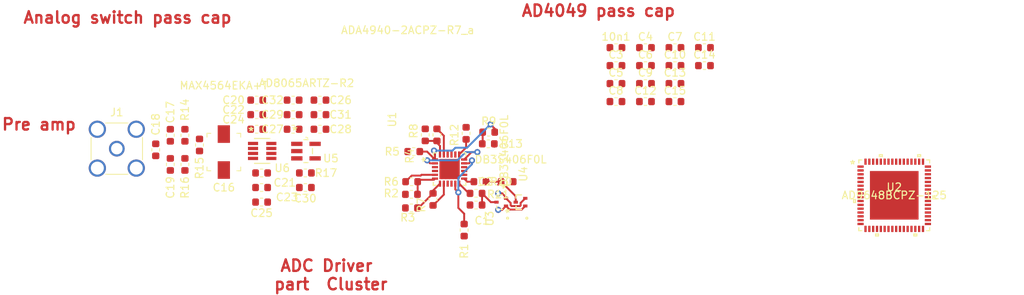
<source format=kicad_pcb>
(kicad_pcb (version 20171130) (host pcbnew "(5.1.5)-3")
  (layers (0 F.Cu signal) (31 B.Cu signal) (34 B.Paste user) (35 F.Paste user) (36 B.SilkS user) (37 F.SilkS user) (38 B.Mask user) (39 F.Mask user) (44 Edge.Cuts user))
  (net 0 "")
  (net 1 GNDA)
  (net 2 "Net-(C1-Pad2)")
  (net 3 "Net-(C2-Pad1)")
  (net 4 Vcom)
  (net 5 "Net-(R1-Pad1)")
  (net 6 "Net-(R2-Pad1)")
  (net 7 "Net-(R3-Pad2)")
  (net 8 "Net-(R4-Pad2)")
  (net 9 "Net-(R4-Pad1)")
  (net 10 "Net-(R5-Pad1)")
  (net 11 "Net-(R6-Pad1)")
  (net 12 "Net-(R7-Pad1)")
  (net 13 "Net-(R8-Pad1)")
  (net 14 "Net-(R13-Pad2)")
  (net 15 "Net-(R10-Pad1)")
  (net 16 "Net-(R11-Pad2)")
  (net 17 "Net-(R12-Pad1)")
  (net 18 "Net-(R12-Pad2)")
  (net 19 "Net-(R13-Pad1)")
  (net 20 "Net-(U1-Pad21)")
  (net 21 "Net-(U1-Pad20)")
  (net 22 "Net-(U1-Pad14)")
  (net 23 "Net-(U2-Pad65)")
  (net 24 "Net-(U2-Pad64)")
  (net 25 "Net-(U2-Pad63)")
  (net 26 "Net-(U2-Pad62)")
  (net 27 "Net-(U2-Pad61)")
  (net 28 "Net-(U2-Pad60)")
  (net 29 "Net-(U2-Pad59)")
  (net 30 "Net-(U2-Pad58)")
  (net 31 "Net-(U2-Pad57)")
  (net 32 "Net-(U2-Pad56)")
  (net 33 "Net-(U2-Pad55)")
  (net 34 "Net-(U2-Pad54)")
  (net 35 "Net-(U2-Pad53)")
  (net 36 "Net-(U2-Pad52)")
  (net 37 "Net-(U2-Pad51)")
  (net 38 "Net-(U2-Pad50)")
  (net 39 "Net-(U2-Pad49)")
  (net 40 "Net-(U2-Pad48)")
  (net 41 "Net-(U2-Pad47)")
  (net 42 "Net-(U2-Pad46)")
  (net 43 "Net-(U2-Pad45)")
  (net 44 "Net-(U2-Pad44)")
  (net 45 "Net-(U2-Pad43)")
  (net 46 "Net-(U2-Pad42)")
  (net 47 "Net-(U2-Pad41)")
  (net 48 "Net-(U2-Pad40)")
  (net 49 "Net-(U2-Pad39)")
  (net 50 "Net-(U2-Pad38)")
  (net 51 "Net-(U2-Pad37)")
  (net 52 "Net-(U2-Pad36)")
  (net 53 "Net-(U2-Pad35)")
  (net 54 "Net-(U2-Pad34)")
  (net 55 "Net-(U2-Pad33)")
  (net 56 "Net-(U2-Pad32)")
  (net 57 "Net-(U2-Pad31)")
  (net 58 "Net-(U2-Pad30)")
  (net 59 "Net-(U2-Pad29)")
  (net 60 "Net-(U2-Pad28)")
  (net 61 "Net-(U2-Pad27)")
  (net 62 "Net-(U2-Pad26)")
  (net 63 "Net-(U2-Pad25)")
  (net 64 "Net-(U2-Pad24)")
  (net 65 "Net-(U2-Pad23)")
  (net 66 "Net-(U2-Pad22)")
  (net 67 "Net-(U2-Pad21)")
  (net 68 "Net-(U2-Pad20)")
  (net 69 "Net-(U2-Pad19)")
  (net 70 "Net-(U2-Pad18)")
  (net 71 "Net-(U2-Pad17)")
  (net 72 "Net-(U2-Pad16)")
  (net 73 "Net-(U2-Pad15)")
  (net 74 "Net-(U2-Pad14)")
  (net 75 "Net-(U2-Pad13)")
  (net 76 "Net-(U2-Pad12)")
  (net 77 "Net-(U2-Pad11)")
  (net 78 "Net-(U2-Pad10)")
  (net 79 "Net-(U2-Pad9)")
  (net 80 "Net-(U2-Pad8)")
  (net 81 "Net-(U2-Pad7)")
  (net 82 "Net-(U2-Pad6)")
  (net 83 "Net-(U2-Pad5)")
  (net 84 "Net-(U2-Pad4)")
  (net 85 "Net-(U2-Pad3)")
  (net 86 "Net-(U2-Pad2)")
  (net 87 "Net-(U2-Pad1)")
  (net 88 -3V3)
  (net 89 +3V3)
  (net 90 "Net-(C16-Pad1)")
  (net 91 "Net-(C17-Pad2)")
  (net 92 "Net-(C18-Pad1)")
  (net 93 "Net-(C26-Pad2)")
  (net 94 "Net-(C26-Pad1)")
  (net 95 "Net-(C27-Pad1)")
  (net 96 "Net-(C30-Pad2)")
  (net 97 "Net-(C30-Pad1)")
  (net 98 "Net-(U5-Pad3)")
  (net 99 "Net-(U6-Pad3)")
  (net 100 "Net-(U6-Pad7)")
  (net 101 "Net-(C20-Pad2)")
  (net 102 "Net-(C21-Pad2)")
  (module Resistor_SMD:R_0603_1608Metric (layer F.Cu) (at 114.0715 41.148)
    (fp_text reference R10 (at 2.7685 0) (layer F.SilkS))
    (fp_text value 100)
    (pad 2 smd roundrect (at 0.7875 0) (size 0.875 0.95) (layers F.Cu F.Paste F.Mask) (net 3 "Net-(C2-Pad1)"))
    (pad 1 smd roundrect (at -0.7875 0) (size 0.875 0.95) (layers F.Cu F.Paste F.Mask) (net 15 "Net-(R10-Pad1)"))
  )
  (module Capacitor_SMD:C_0603_1608Metric (layer F.Cu) (at 89.6875 30.48 180)
    (fp_text reference C32 (at 2.6925 0) (layer F.SilkS))
    (fp_text value 10n)
    (pad 2 smd roundrect (at 0.7875 0 180) (size 0.875 0.95) (layers F.Cu F.Paste F.Mask) (net 94 "Net-(C26-Pad1)"))
    (pad 1 smd roundrect (at -0.7875 0 180) (size 0.875 0.95) (layers F.Cu F.Paste F.Mask) (net 95 "Net-(C27-Pad1)"))
  )
  (module Capacitor_SMD:C_0603_1608Metric (layer F.Cu) (at 93.1925 32.385 180)
    (fp_text reference C31 (at -2.6925 0) (layer F.SilkS))
    (fp_text value 10n)
    (pad 2 smd roundrect (at 0.7875 0 180) (size 0.875 0.95) (layers F.Cu F.Paste F.Mask) (net 93 "Net-(C26-Pad2)"))
    (pad 1 smd roundrect (at -0.7875 0 180) (size 0.875 0.95) (layers F.Cu F.Paste F.Mask) (net 94 "Net-(C26-Pad1)"))
  )
  (module Capacitor_SMD:C_0603_1608Metric (layer F.Cu) (at 91.2875 41.91 180)
    (fp_text reference C30 (at 0 -1.43) (layer F.SilkS))
    (fp_text value 150p)
    (pad 2 smd roundrect (at 0.7875 0 180) (size 0.875 0.95) (layers F.Cu F.Paste F.Mask) (net 96 "Net-(C30-Pad2)"))
    (pad 1 smd roundrect (at -0.7875 0 180) (size 0.875 0.95) (layers F.Cu F.Paste F.Mask) (net 97 "Net-(C30-Pad1)"))
  )
  (module Capacitor_SMD:C_0603_1608Metric (layer F.Cu) (at 89.6875 32.385 180)
    (fp_text reference C29 (at 2.6925 0) (layer F.SilkS))
    (fp_text value 0.1u)
    (pad 2 smd roundrect (at 0.7875 0 180) (size 0.875 0.95) (layers F.Cu F.Paste F.Mask) (net 94 "Net-(C26-Pad1)"))
    (pad 1 smd roundrect (at -0.7875 0 180) (size 0.875 0.95) (layers F.Cu F.Paste F.Mask) (net 95 "Net-(C27-Pad1)"))
  )
  (module Capacitor_SMD:C_0603_1608Metric (layer F.Cu) (at 93.1925 34.29 180)
    (fp_text reference C28 (at -2.6925 0) (layer F.SilkS))
    (fp_text value 0.1u)
    (pad 2 smd roundrect (at 0.7875 0 180) (size 0.875 0.95) (layers F.Cu F.Paste F.Mask) (net 93 "Net-(C26-Pad2)"))
    (pad 1 smd roundrect (at -0.7875 0 180) (size 0.875 0.95) (layers F.Cu F.Paste F.Mask) (net 94 "Net-(C26-Pad1)"))
  )
  (module Capacitor_SMD:C_0603_1608Metric (layer F.Cu) (at 89.6875 34.29 180)
    (fp_text reference C27 (at 2.6925 0) (layer F.SilkS))
    (fp_text value 1u)
    (pad 2 smd roundrect (at 0.7875 0 180) (size 0.875 0.95) (layers F.Cu F.Paste F.Mask) (net 94 "Net-(C26-Pad1)"))
    (pad 1 smd roundrect (at -0.7875 0 180) (size 0.875 0.95) (layers F.Cu F.Paste F.Mask) (net 95 "Net-(C27-Pad1)"))
  )
  (module Capacitor_SMD:C_0603_1608Metric (layer F.Cu) (at 93.1925 30.48 180)
    (fp_text reference C26 (at -2.6925 0) (layer F.SilkS))
    (fp_text value 1u)
    (pad 2 smd roundrect (at 0.7875 0 180) (size 0.875 0.95) (layers F.Cu F.Paste F.Mask) (net 93 "Net-(C26-Pad2)"))
    (pad 1 smd roundrect (at -0.7875 0 180) (size 0.875 0.95) (layers F.Cu F.Paste F.Mask) (net 94 "Net-(C26-Pad1)"))
  )
  (module Capacitor_SMD:C_0603_1608Metric (layer F.Cu) (at 85.5725 43.815 180)
    (fp_text reference C25 (at 0 -1.43) (layer F.SilkS))
    (fp_text value 1u)
    (pad 2 smd roundrect (at 0.7875 0 180) (size 0.875 0.95) (layers F.Cu F.Paste F.Mask) (net 102 "Net-(C21-Pad2)"))
    (pad 1 smd roundrect (at -0.7875 0 180) (size 0.875 0.95) (layers F.Cu F.Paste F.Mask) (net 1 GNDA))
  )
  (module Capacitor_SMD:C_0603_1608Metric (layer F.Cu) (at 84.9375 34.29 180)
    (fp_text reference C24 (at 3.0225 1.27) (layer F.SilkS))
    (fp_text value 1u)
    (pad 2 smd roundrect (at 0.7875 0 180) (size 0.875 0.95) (layers F.Cu F.Paste F.Mask) (net 101 "Net-(C20-Pad2)"))
    (pad 1 smd roundrect (at -0.7875 0 180) (size 0.875 0.95) (layers F.Cu F.Paste F.Mask) (net 1 GNDA))
  )
  (module Capacitor_SMD:C_0603_1608Metric (layer F.Cu) (at 85.5725 41.91 180)
    (fp_text reference C23 (at -3.3275 -1.27) (layer F.SilkS))
    (fp_text value 0.1u)
    (pad 2 smd roundrect (at 0.7875 0 180) (size 0.875 0.95) (layers F.Cu F.Paste F.Mask) (net 102 "Net-(C21-Pad2)"))
    (pad 1 smd roundrect (at -0.7875 0 180) (size 0.875 0.95) (layers F.Cu F.Paste F.Mask) (net 1 GNDA))
  )
  (module Capacitor_SMD:C_0603_1608Metric (layer F.Cu) (at 84.9375 32.385 180)
    (fp_text reference C22 (at 3.0225 0.635) (layer F.SilkS))
    (fp_text value 0.1u)
    (pad 2 smd roundrect (at 0.7875 0 180) (size 0.875 0.95) (layers F.Cu F.Paste F.Mask) (net 101 "Net-(C20-Pad2)"))
    (pad 1 smd roundrect (at -0.7875 0 180) (size 0.875 0.95) (layers F.Cu F.Paste F.Mask) (net 1 GNDA))
  )
  (module Capacitor_SMD:C_0603_1608Metric (layer F.Cu) (at 85.5725 40.005 180)
    (fp_text reference C21 (at -3.0225 -1.27) (layer F.SilkS))
    (fp_text value 10n)
    (pad 2 smd roundrect (at 0.7875 0 180) (size 0.875 0.95) (layers F.Cu F.Paste F.Mask) (net 102 "Net-(C21-Pad2)"))
    (pad 1 smd roundrect (at -0.7875 0 180) (size 0.875 0.95) (layers F.Cu F.Paste F.Mask) (net 1 GNDA))
  )
  (module Capacitor_SMD:C_0603_1608Metric (layer F.Cu) (at 84.9375 30.48 180)
    (fp_text reference C20 (at 3.0225 0) (layer F.SilkS))
    (fp_text value 10n)
    (pad 2 smd roundrect (at 0.7875 0 180) (size 0.875 0.95) (layers F.Cu F.Paste F.Mask) (net 101 "Net-(C20-Pad2)"))
    (pad 1 smd roundrect (at -0.7875 0 180) (size 0.875 0.95) (layers F.Cu F.Paste F.Mask) (net 1 GNDA))
  )
  (module Capacitor_SMD:C_0603_1608Metric (layer F.Cu) (at 73.66 38.8875 90)
    (fp_text reference C19 (at -3.0225 0 90) (layer F.SilkS))
    (fp_text value 1n)
    (pad 2 smd roundrect (at 0.7875 0 90) (size 0.875 0.95) (layers F.Cu F.Paste F.Mask) (net 92 "Net-(C18-Pad1)"))
    (pad 1 smd roundrect (at -0.7875 0 90) (size 0.875 0.95) (layers F.Cu F.Paste F.Mask) (net 1 GNDA))
  )
  (module Capacitor_SMD:C_0603_1608Metric (layer F.Cu) (at 71.755 36.9825 90)
    (fp_text reference C18 (at 3.3275 0 90) (layer F.SilkS))
    (fp_text value 91p)
    (pad 2 smd roundrect (at 0.7875 0 90) (size 0.875 0.95) (layers F.Cu F.Paste F.Mask) (net 90 "Net-(C16-Pad1)"))
    (pad 1 smd roundrect (at -0.7875 0 90) (size 0.875 0.95) (layers F.Cu F.Paste F.Mask) (net 92 "Net-(C18-Pad1)"))
  )
  (module Capacitor_SMD:C_0603_1608Metric (layer F.Cu) (at 73.66 35.0775 90)
    (fp_text reference C17 (at 3.0225 0 90) (layer F.SilkS))
    (fp_text value 33p)
    (pad 2 smd roundrect (at 0.7875 0 90) (size 0.875 0.95) (layers F.Cu F.Paste F.Mask) (net 91 "Net-(C17-Pad2)"))
    (pad 1 smd roundrect (at -0.7875 0 90) (size 0.875 0.95) (layers F.Cu F.Paste F.Mask) (net 90 "Net-(C16-Pad1)"))
  )
  (module Capacitor_SMD:C_0603_1608Metric (layer F.Cu) (at 139.526 30.672)
    (fp_text reference C15 (at 0 -1.43) (layer F.SilkS))
    (fp_text value 10n)
    (pad 2 smd roundrect (at 0.7875 0) (size 0.875 0.95) (layers F.Cu F.Paste F.Mask) (net 1 GNDA))
    (pad 1 smd roundrect (at -0.7875 0) (size 0.875 0.95) (layers F.Cu F.Paste F.Mask) (net 88 -3V3))
  )
  (module Capacitor_SMD:C_0603_1608Metric (layer F.Cu) (at 143.376 25.972)
    (fp_text reference C14 (at 0 -1.43) (layer F.SilkS))
    (fp_text value 10n)
    (pad 2 smd roundrect (at 0.7875 0) (size 0.875 0.95) (layers F.Cu F.Paste F.Mask) (net 89 +3V3))
    (pad 1 smd roundrect (at -0.7875 0) (size 0.875 0.95) (layers F.Cu F.Paste F.Mask) (net 1 GNDA))
  )
  (module Capacitor_SMD:C_0603_1608Metric (layer F.Cu) (at 139.526 28.322)
    (fp_text reference C13 (at 0 -1.43) (layer F.SilkS))
    (fp_text value 10n)
    (pad 2 smd roundrect (at 0.7875 0) (size 0.875 0.95) (layers F.Cu F.Paste F.Mask) (net 89 +3V3))
    (pad 1 smd roundrect (at -0.7875 0) (size 0.875 0.95) (layers F.Cu F.Paste F.Mask) (net 1 GNDA))
  )
  (module Capacitor_SMD:C_0603_1608Metric (layer F.Cu) (at 135.676 30.672)
    (fp_text reference C12 (at 0 -1.43) (layer F.SilkS))
    (fp_text value 0.1u)
    (pad 2 smd roundrect (at 0.7875 0) (size 0.875 0.95) (layers F.Cu F.Paste F.Mask) (net 1 GNDA))
    (pad 1 smd roundrect (at -0.7875 0) (size 0.875 0.95) (layers F.Cu F.Paste F.Mask) (net 88 -3V3))
  )
  (module Capacitor_SMD:C_0603_1608Metric (layer F.Cu) (at 143.376 23.622)
    (fp_text reference C11 (at 0 -1.43) (layer F.SilkS))
    (fp_text value 0.1u)
    (pad 2 smd roundrect (at 0.7875 0) (size 0.875 0.95) (layers F.Cu F.Paste F.Mask) (net 89 +3V3))
    (pad 1 smd roundrect (at -0.7875 0) (size 0.875 0.95) (layers F.Cu F.Paste F.Mask) (net 1 GNDA))
  )
  (module Capacitor_SMD:C_0603_1608Metric (layer F.Cu) (at 139.526 25.972)
    (fp_text reference C10 (at 0 -1.43) (layer F.SilkS))
    (fp_text value 0.1u)
    (pad 2 smd roundrect (at 0.7875 0) (size 0.875 0.95) (layers F.Cu F.Paste F.Mask) (net 1 GNDA))
    (pad 1 smd roundrect (at -0.7875 0) (size 0.875 0.95) (layers F.Cu F.Paste F.Mask) (net 88 -3V3))
  )
  (module Capacitor_SMD:C_0603_1608Metric (layer F.Cu) (at 135.676 28.322)
    (fp_text reference C9 (at 0 -1.43) (layer F.SilkS))
    (fp_text value 0.1u)
    (pad 2 smd roundrect (at 0.7875 0) (size 0.875 0.95) (layers F.Cu F.Paste F.Mask) (net 89 +3V3))
    (pad 1 smd roundrect (at -0.7875 0) (size 0.875 0.95) (layers F.Cu F.Paste F.Mask) (net 1 GNDA))
  )
  (module Capacitor_SMD:C_0603_1608Metric (layer F.Cu) (at 131.826 30.672)
    (fp_text reference C8 (at 0 -1.43) (layer F.SilkS))
    (fp_text value 0.1u)
    (pad 2 smd roundrect (at 0.7875 0) (size 0.875 0.95) (layers F.Cu F.Paste F.Mask) (net 1 GNDA))
    (pad 1 smd roundrect (at -0.7875 0) (size 0.875 0.95) (layers F.Cu F.Paste F.Mask) (net 88 -3V3))
  )
  (module Capacitor_SMD:C_0603_1608Metric (layer F.Cu) (at 139.526 23.622)
    (fp_text reference C7 (at 0 -1.43) (layer F.SilkS))
    (fp_text value 0.1u)
    (pad 2 smd roundrect (at 0.7875 0) (size 0.875 0.95) (layers F.Cu F.Paste F.Mask) (net 89 +3V3))
    (pad 1 smd roundrect (at -0.7875 0) (size 0.875 0.95) (layers F.Cu F.Paste F.Mask) (net 1 GNDA))
  )
  (module Capacitor_SMD:C_0603_1608Metric (layer F.Cu) (at 135.676 25.972)
    (fp_text reference C6 (at 0 -1.43) (layer F.SilkS))
    (fp_text value 1u)
    (pad 2 smd roundrect (at 0.7875 0) (size 0.875 0.95) (layers F.Cu F.Paste F.Mask) (net 1 GNDA))
    (pad 1 smd roundrect (at -0.7875 0) (size 0.875 0.95) (layers F.Cu F.Paste F.Mask) (net 88 -3V3))
  )
  (module Capacitor_SMD:C_0603_1608Metric (layer F.Cu) (at 131.826 28.322)
    (fp_text reference C5 (at 0 -1.43) (layer F.SilkS))
    (fp_text value 1u)
    (pad 2 smd roundrect (at 0.7875 0) (size 0.875 0.95) (layers F.Cu F.Paste F.Mask) (net 89 +3V3))
    (pad 1 smd roundrect (at -0.7875 0) (size 0.875 0.95) (layers F.Cu F.Paste F.Mask) (net 1 GNDA))
  )
  (module Capacitor_SMD:C_0603_1608Metric (layer F.Cu) (at 135.676 23.622)
    (fp_text reference C4 (at 0 -1.43) (layer F.SilkS))
    (fp_text value 10u)
    (pad 2 smd roundrect (at 0.7875 0) (size 0.875 0.95) (layers F.Cu F.Paste F.Mask) (net 1 GNDA))
    (pad 1 smd roundrect (at -0.7875 0) (size 0.875 0.95) (layers F.Cu F.Paste F.Mask) (net 88 -3V3))
  )
  (module Capacitor_SMD:C_0603_1608Metric (layer F.Cu) (at 131.826 25.972)
    (fp_text reference C3 (at 0 -1.43) (layer F.SilkS))
    (fp_text value 10u)
    (pad 2 smd roundrect (at 0.7875 0) (size 0.875 0.95) (layers F.Cu F.Paste F.Mask) (net 89 +3V3))
    (pad 1 smd roundrect (at -0.7875 0) (size 0.875 0.95) (layers F.Cu F.Paste F.Mask) (net 1 GNDA))
  )
  (module Capacitor_SMD:C_0603_1608Metric (layer F.Cu) (at 117.6275 41.148)
    (fp_text reference C2 (at -2.8195 0) (layer F.SilkS))
    (fp_text value 22p)
    (pad 2 smd roundrect (at 0.7875 0) (size 0.875 0.95) (layers F.Cu F.Paste F.Mask) (net 1 GNDA))
    (pad 1 smd roundrect (at -0.7875 0) (size 0.875 0.95) (layers F.Cu F.Paste F.Mask) (net 3 "Net-(C2-Pad1)"))
  )
  (module Capacitor_SMD:C_0603_1608Metric (layer F.Cu) (at 113.5635 44.196)
    (fp_text reference C1 (at 0.7875 2.032) (layer F.SilkS))
    (fp_text value 22p)
    (pad 2 smd roundrect (at 0.7875 0) (size 0.875 0.95) (layers F.Cu F.Paste F.Mask) (net 2 "Net-(C1-Pad2)"))
    (pad 1 smd roundrect (at -0.7875 0) (size 0.875 0.95) (layers F.Cu F.Paste F.Mask) (net 1 GNDA))
  )
  (module Capacitor_SMD:C_0603_1608Metric (layer F.Cu) (at 131.826 23.622)
    (fp_text reference 10n1 (at 0 -1.43) (layer F.SilkS))
    (fp_text value 0.1u)
    (pad 2 smd roundrect (at 0.7875 0) (size 0.875 0.95) (layers F.Cu F.Paste F.Mask) (net 1 GNDA))
    (pad 1 smd roundrect (at -0.7875 0) (size 0.875 0.95) (layers F.Cu F.Paste F.Mask) (net 88 -3V3))
  )
  (module FPGA_sequencer:MAX4564EKA&plus_T (layer F.Cu) (at 85.6488 37.125001)
    (fp_text reference U6 (at 2.6162 2.244999) (layer F.SilkS))
    (fp_text value MAX4564EKA+T (at -5.0038 -8.550001) (layer F.SilkS))
    (fp_text user * (at -1.4478 -2.5498) (layer F.SilkS))
    (fp_text user * (at -1.4478 -2.5498) (layer F.SilkS))
    (pad 1 smd rect (at -1.1938 -0.974999) (size 1.3208 0.4318) (layers F.Cu F.Paste F.Mask) (net 90 "Net-(C16-Pad1)"))
    (pad 2 smd rect (at -1.1938 -0.325001) (size 1.3208 0.4318) (layers F.Cu F.Paste F.Mask) (net 101 "Net-(C20-Pad2)"))
    (pad 3 smd rect (at -1.1938 0.325001) (size 1.3208 0.4318) (layers F.Cu F.Paste F.Mask) (net 99 "Net-(U6-Pad3)"))
    (pad 4 smd rect (at -1.1938 0.974999) (size 1.3208 0.4318) (layers F.Cu F.Paste F.Mask) (net 92 "Net-(C18-Pad1)"))
    (pad 5 smd rect (at 1.1938 0.974999) (size 1.3208 0.4318) (layers F.Cu F.Paste F.Mask) (net 1 GNDA))
    (pad 6 smd rect (at 1.1938 0.325001) (size 1.3208 0.4318) (layers F.Cu F.Paste F.Mask) (net 102 "Net-(C21-Pad2)"))
    (pad 7 smd rect (at 1.1938 -0.325001) (size 1.3208 0.4318) (layers F.Cu F.Paste F.Mask) (net 100 "Net-(U6-Pad7)"))
    (pad 8 smd rect (at 1.1938 -0.974999) (size 1.3208 0.4318) (layers F.Cu F.Paste F.Mask) (net 98 "Net-(U5-Pad3)"))
  )
  (module FPGA_sequencer:AD8065ARTZ-R2 (layer F.Cu) (at 91.3638 37.149999)
    (fp_text reference U5 (at 3.2512 0.950001) (layer F.SilkS))
    (fp_text value AD8065ARTZ-R2 (at 0.0762 -8.89) (layer F.SilkS))
    (fp_text user * (at -1.4478 -2.6518) (layer F.SilkS))
    (fp_text user * (at -1.4478 -2.6518) (layer F.SilkS))
    (pad 1 smd rect (at -1.1938 -0.950001) (size 1.4732 0.5588) (layers F.Cu F.Paste F.Mask) (net 96 "Net-(C30-Pad2)"))
    (pad 2 smd rect (at -1.1938 0) (size 1.4732 0.5588) (layers F.Cu F.Paste F.Mask) (net 95 "Net-(C27-Pad1)"))
    (pad 3 smd rect (at -1.1938 0.950001) (size 1.4732 0.5588) (layers F.Cu F.Paste F.Mask) (net 98 "Net-(U5-Pad3)"))
    (pad 4 smd rect (at 1.1938 0.950001) (size 1.4732 0.5588) (layers F.Cu F.Paste F.Mask) (net 97 "Net-(C30-Pad1)"))
    (pad 5 smd rect (at 1.1938 -0.950001) (size 1.4732 0.5588) (layers F.Cu F.Paste F.Mask) (net 93 "Net-(C26-Pad2)"))
  )
  (module Resistor_SMD:R_0603_1608Metric (layer F.Cu) (at 91.2875 40.005)
    (fp_text reference R17 (at 2.6925 0) (layer F.SilkS))
    (fp_text value 10k)
    (pad 2 smd roundrect (at 0.7875 0) (size 0.875 0.95) (layers F.Cu F.Paste F.Mask) (net 97 "Net-(C30-Pad1)"))
    (pad 1 smd roundrect (at -0.7875 0) (size 0.875 0.95) (layers F.Cu F.Paste F.Mask) (net 96 "Net-(C30-Pad2)"))
  )
  (module Resistor_SMD:R_0603_1608Metric (layer F.Cu) (at 75.565 38.8875 90)
    (fp_text reference R16 (at -3.0225 0 90) (layer F.SilkS))
    (fp_text value 820k)
    (pad 2 smd roundrect (at 0.7875 0 90) (size 0.875 0.95) (layers F.Cu F.Paste F.Mask) (net 92 "Net-(C18-Pad1)"))
    (pad 1 smd roundrect (at -0.7875 0 90) (size 0.875 0.95) (layers F.Cu F.Paste F.Mask) (net 1 GNDA))
  )
  (module Resistor_SMD:R_0603_1608Metric (layer F.Cu) (at 77.47 36.3475 90)
    (fp_text reference R15 (at -3.0225 0 90) (layer F.SilkS))
    (fp_text value 820k)
    (pad 2 smd roundrect (at 0.7875 0 90) (size 0.875 0.95) (layers F.Cu F.Paste F.Mask) (net 90 "Net-(C16-Pad1)"))
    (pad 1 smd roundrect (at -0.7875 0 90) (size 0.875 0.95) (layers F.Cu F.Paste F.Mask) (net 92 "Net-(C18-Pad1)"))
  )
  (module Resistor_SMD:R_0603_1608Metric (layer F.Cu) (at 75.565 35.0775 90)
    (fp_text reference R14 (at 3.3275 0 90) (layer F.SilkS))
    (fp_text value 820k)
    (pad 2 smd roundrect (at 0.7875 0 90) (size 0.875 0.95) (layers F.Cu F.Paste F.Mask) (net 91 "Net-(C17-Pad2)"))
    (pad 1 smd roundrect (at -0.7875 0 90) (size 0.875 0.95) (layers F.Cu F.Paste F.Mask) (net 90 "Net-(C16-Pad1)"))
  )
  (module Connector_Coaxial:SMA_Amphenol_132134-11_Vertical (layer F.Cu) (at 66.675 36.83)
    (fp_text reference J1 (at 0 -4.75) (layer F.SilkS))
    (fp_text value Conn_Coaxial)
    (pad 2 thru_hole circle (at -2.54 2.54) (size 2.25 2.25) (drill 1.7) (layers *.Cu *.Mask) (net 1 GNDA))
    (pad 2 thru_hole circle (at -2.54 -2.54) (size 2.25 2.25) (drill 1.7) (layers *.Cu *.Mask) (net 1 GNDA))
    (pad 2 thru_hole circle (at 2.54 -2.54) (size 2.25 2.25) (drill 1.7) (layers *.Cu *.Mask) (net 1 GNDA))
    (pad 2 thru_hole circle (at 2.54 2.54) (size 2.25 2.25) (drill 1.7) (layers *.Cu *.Mask) (net 1 GNDA))
    (pad 1 thru_hole circle (at 0 0) (size 2.05 2.05) (drill 1.5) (layers *.Cu *.Mask) (net 91 "Net-(C17-Pad2)"))
  )
  (module Capacitor_SMD:C_Trimmer_Murata_TZB4-A (layer F.Cu) (at 80.645 37.275 270)
    (fp_text reference C16 (at 4.635 0 180) (layer F.SilkS))
    (fp_text value C_Variable)
    (pad 2 smd rect (at 2.35 0 270) (size 2.3 1.6) (layers F.Cu F.Paste F.Mask) (net 1 GNDA))
    (pad 1 smd rect (at -2.35 0 270) (size 2.3 1.6) (layers F.Cu F.Paste F.Mask) (net 90 "Net-(C16-Pad1)"))
  )
  (module Resistor_SMD:R_0603_1608Metric (layer F.Cu) (at 112.014 47.4725 270)
    (fp_text reference R1 (at 2.7685 0 90) (layer F.SilkS))
    (fp_text value 33)
    (pad 2 smd roundrect (at 0.7875 0 270) (size 0.875 0.95) (layers F.Cu F.Paste F.Mask) (net 4 Vcom))
    (pad 1 smd roundrect (at -0.7875 0 270) (size 0.875 0.95) (layers F.Cu F.Paste F.Mask) (net 5 "Net-(R1-Pad1)"))
  )
  (module Resistor_SMD:R_0603_1608Metric (layer F.Cu) (at 105.1305 42.799 180)
    (fp_text reference R2 (at 2.6415 0.127) (layer F.SilkS))
    (fp_text value 2.2k)
    (pad 1 smd roundrect (at -0.7875 0 180) (size 0.875 0.95) (layers F.Cu F.Paste F.Mask) (net 6 "Net-(R2-Pad1)"))
    (pad 2 smd roundrect (at 0.7875 0 180) (size 0.875 0.95) (layers F.Cu F.Paste F.Mask) (net 96 "Net-(C30-Pad2)"))
  )
  (module Resistor_SMD:R_0603_1608Metric (layer F.Cu) (at 105.1305 44.577)
    (fp_text reference R3 (at -0.4825 1.27) (layer F.SilkS))
    (fp_text value 2.2k)
    (pad 2 smd roundrect (at 0.7875 0) (size 0.875 0.95) (layers F.Cu F.Paste F.Mask) (net 7 "Net-(R3-Pad2)"))
    (pad 1 smd roundrect (at -0.7875 0) (size 0.875 0.95) (layers F.Cu F.Paste F.Mask) (net 1 GNDA))
  )
  (module Resistor_SMD:R_0603_1608Metric (layer F.Cu) (at 106.934 35.0265 90)
    (fp_text reference R4 (at -2.7685 -2.032 90) (layer F.SilkS))
    (fp_text value 6.34k)
    (pad 2 smd roundrect (at 0.7875 0 90) (size 0.875 0.95) (layers F.Cu F.Paste F.Mask) (net 8 "Net-(R4-Pad2)"))
    (pad 1 smd roundrect (at -0.7875 0 90) (size 0.875 0.95) (layers F.Cu F.Paste F.Mask) (net 9 "Net-(R4-Pad1)"))
  )
  (module Resistor_SMD:R_0603_1608Metric (layer F.Cu) (at 105.4355 37.211 180)
    (fp_text reference R5 (at 2.8195 0) (layer F.SilkS))
    (fp_text value 6.34k)
    (pad 1 smd roundrect (at -0.7875 0 180) (size 0.875 0.95) (layers F.Cu F.Paste F.Mask) (net 10 "Net-(R5-Pad1)"))
    (pad 2 smd roundrect (at 0.7875 0 180) (size 0.875 0.95) (layers F.Cu F.Paste F.Mask) (net 1 GNDA))
  )
  (module Resistor_SMD:R_0603_1608Metric (layer F.Cu) (at 105.156 41.148)
    (fp_text reference R6 (at -2.667 0) (layer F.SilkS))
    (fp_text value 3.9k)
    (pad 1 smd roundrect (at -0.7875 0) (size 0.875 0.95) (layers F.Cu F.Paste F.Mask) (net 11 "Net-(R6-Pad1)"))
    (pad 2 smd roundrect (at 0.7875 0) (size 0.875 0.95) (layers F.Cu F.Paste F.Mask) (net 6 "Net-(R2-Pad1)"))
  )
  (module Resistor_SMD:R_0603_1608Metric (layer F.Cu) (at 107.95 43.4595 90)
    (fp_text reference R7 (at -0.7365 -1.524 90) (layer F.SilkS))
    (fp_text value 3.9k)
    (pad 2 smd roundrect (at 0.7875 0 90) (size 0.875 0.95) (layers F.Cu F.Paste F.Mask) (net 7 "Net-(R3-Pad2)"))
    (pad 1 smd roundrect (at -0.7875 0 90) (size 0.875 0.95) (layers F.Cu F.Paste F.Mask) (net 12 "Net-(R7-Pad1)"))
  )
  (module Resistor_SMD:R_0603_1608Metric (layer F.Cu) (at 108.458 35.0265 270)
    (fp_text reference R8 (at -0.508 3.048 90) (layer F.SilkS))
    (fp_text value 4.99k)
    (pad 1 smd roundrect (at -0.7875 0 270) (size 0.875 0.95) (layers F.Cu F.Paste F.Mask) (net 13 "Net-(R8-Pad1)"))
    (pad 2 smd roundrect (at 0.7875 0 270) (size 0.875 0.95) (layers F.Cu F.Paste F.Mask) (net 9 "Net-(R4-Pad1)"))
  )
  (module Resistor_SMD:R_0603_1608Metric (layer F.Cu) (at 115.2145 34.671)
    (fp_text reference R9 (at 0 -1.43) (layer F.SilkS))
    (fp_text value 4.99k)
    (pad 2 smd roundrect (at 0.7875 0) (size 0.875 0.95) (layers F.Cu F.Paste F.Mask) (net 10 "Net-(R5-Pad1)"))
    (pad 1 smd roundrect (at -0.7875 0) (size 0.875 0.95) (layers F.Cu F.Paste F.Mask) (net 14 "Net-(R13-Pad2)"))
  )
  (module Resistor_SMD:R_0603_1608Metric (layer F.Cu) (at 113.5635 42.672 180)
    (fp_text reference R11 (at -2.8955 -0.127 180) (layer F.SilkS))
    (fp_text value 100)
    (pad 1 smd roundrect (at -0.7875 0 180) (size 0.875 0.95) (layers F.Cu F.Paste F.Mask) (net 2 "Net-(C1-Pad2)"))
    (pad 2 smd roundrect (at 0.7875 0 180) (size 0.875 0.95) (layers F.Cu F.Paste F.Mask) (net 16 "Net-(R11-Pad2)"))
  )
  (module Resistor_SMD:R_0603_1608Metric (layer F.Cu) (at 112.268 34.8235 270)
    (fp_text reference R12 (at 0.2285 1.524 90) (layer F.SilkS))
    (fp_text value 4.99)
    (pad 1 smd roundrect (at -0.7875 0 270) (size 0.875 0.95) (layers F.Cu F.Paste F.Mask) (net 17 "Net-(R12-Pad1)"))
    (pad 2 smd roundrect (at 0.7875 0 270) (size 0.875 0.95) (layers F.Cu F.Paste F.Mask) (net 18 "Net-(R12-Pad2)"))
  )
  (module Resistor_SMD:R_0603_1608Metric (layer F.Cu) (at 115.1635 36.195 180)
    (fp_text reference R13 (at -3.048 0) (layer F.SilkS))
    (fp_text value 4.99)
    (pad 1 smd roundrect (at -0.7875 0 180) (size 0.875 0.95) (layers F.Cu F.Paste F.Mask) (net 19 "Net-(R13-Pad1)"))
    (pad 2 smd roundrect (at 0.7875 0 180) (size 0.875 0.95) (layers F.Cu F.Paste F.Mask) (net 14 "Net-(R13-Pad2)"))
  )
  (module FPGA_sequencer:ADA4940-2ACPZ-R7 (layer F.Cu) (at 110.109 39.497 90)
    (fp_text reference U1 (at 6.477 -7.493 90) (layer F.SilkS))
    (fp_text value ADA4940-2ACPZ-R7_a (at 18.161 -5.461 180) (layer F.SilkS))
    (fp_text user * (at 1.25 -3.0454 90) (layer F.SilkS))
    (fp_text user * (at 1.25 -3.0454 90) (layer F.SilkS))
    (pad HTAB smd rect (at 0 0 90) (size 2.65 2.65) (layers F.Cu F.Paste F.Mask) (net 88 -3V3))
    (pad 24 smd rect (at 1.902402 -1.25 180) (size 0.3 0.8048) (layers F.Cu F.Paste F.Mask) (net 9 "Net-(R4-Pad1)"))
    (pad 23 smd rect (at 1.902402 -0.750001 180) (size 0.3 0.8048) (layers F.Cu F.Paste F.Mask) (net 13 "Net-(R8-Pad1)"))
    (pad 22 smd rect (at 1.902402 -0.25 180) (size 0.3 0.8048) (layers F.Cu F.Paste F.Mask) (net 88 -3V3))
    (pad 21 smd rect (at 1.902402 0.25 180) (size 0.3 0.8048) (layers F.Cu F.Paste F.Mask) (net 20 "Net-(U1-Pad21)"))
    (pad 20 smd rect (at 1.902402 0.750001 180) (size 0.3 0.8048) (layers F.Cu F.Paste F.Mask) (net 21 "Net-(U1-Pad20)"))
    (pad 19 smd rect (at 1.902402 1.25 180) (size 0.3 0.8048) (layers F.Cu F.Paste F.Mask) (net 18 "Net-(R12-Pad2)"))
    (pad 18 smd rect (at 1.25 1.902402 90) (size 0.3 0.8048) (layers F.Cu F.Paste F.Mask) (net 14 "Net-(R13-Pad2)"))
    (pad 17 smd rect (at 0.750001 1.902402 90) (size 0.3 0.8048) (layers F.Cu F.Paste F.Mask) (net 5 "Net-(R1-Pad1)"))
    (pad 16 smd rect (at 0.25 1.902402 90) (size 0.3 0.8048) (layers F.Cu F.Paste F.Mask) (net 88 -3V3))
    (pad 15 smd rect (at -0.25 1.902402 90) (size 0.3 0.8048) (layers F.Cu F.Paste F.Mask) (net 88 -3V3))
    (pad 14 smd rect (at -0.750001 1.902402 90) (size 0.3 0.8048) (layers F.Cu F.Paste F.Mask) (net 22 "Net-(U1-Pad14)"))
    (pad 13 smd rect (at -1.25 1.902402 90) (size 0.3 0.8048) (layers F.Cu F.Paste F.Mask) (net 15 "Net-(R10-Pad1)"))
    (pad 12 smd rect (at -1.902402 1.25 180) (size 0.3 0.8048) (layers F.Cu F.Paste F.Mask) (net 16 "Net-(R11-Pad2)"))
    (pad 11 smd rect (at -1.902402 0.750001 180) (size 0.3 0.8048) (layers F.Cu F.Paste F.Mask) (net 5 "Net-(R1-Pad1)"))
    (pad 10 smd rect (at -1.902402 0.25 180) (size 0.3 0.8048) (layers F.Cu F.Paste F.Mask) (net 89 +3V3))
    (pad 9 smd rect (at -1.902402 -0.25 180) (size 0.3 0.8048) (layers F.Cu F.Paste F.Mask) (net 89 +3V3))
    (pad 8 smd rect (at -1.902402 -0.750001 180) (size 0.3 0.8048) (layers F.Cu F.Paste F.Mask) (net 12 "Net-(R7-Pad1)"))
    (pad 7 smd rect (at -1.902402 -1.25 180) (size 0.3 0.8048) (layers F.Cu F.Paste F.Mask) (net 7 "Net-(R3-Pad2)"))
    (pad 6 smd rect (at -1.25 -1.902402 90) (size 0.3 0.8048) (layers F.Cu F.Paste F.Mask) (net 6 "Net-(R2-Pad1)"))
    (pad 5 smd rect (at -0.750001 -1.902402 90) (size 0.3 0.8048) (layers F.Cu F.Paste F.Mask) (net 11 "Net-(R6-Pad1)"))
    (pad 4 smd rect (at -0.25 -1.902402 90) (size 0.3 0.8048) (layers F.Cu F.Paste F.Mask) (net 89 +3V3))
    (pad 3 smd rect (at 0.25 -1.902402 90) (size 0.3 0.8048) (layers F.Cu F.Paste F.Mask) (net 89 +3V3))
    (pad 2 smd rect (at 0.750001 -1.902402 90) (size 0.3 0.8048) (layers F.Cu F.Paste F.Mask) (net 14 "Net-(R13-Pad2)"))
    (pad 1 smd rect (at 1.25 -1.902402 90) (size 0.3 0.8048) (layers F.Cu F.Paste F.Mask) (net 10 "Net-(R5-Pad1)"))
  )
  (module FPGA_sequencer:AD9648BCPZ-125 (layer F.Cu) (at 168.148 42.926)
    (fp_text reference U2 (at 0 -1.066801) (layer F.SilkS))
    (fp_text value AD9648BCPZ-125 (at 0 0) (layer F.SilkS))
    (fp_text user * (at -5.4356 -4) (layer F.SilkS))
    (fp_text user * (at -5.4356 -4) (layer F.SilkS))
    (pad 65 smd rect (at 0 0) (size 6.35 6.35) (layers F.Cu F.Paste F.Mask) (net 23 "Net-(U2-Pad65)"))
    (pad 64 smd rect (at -3.75 -4.3942) (size 0.3048 0.8128) (layers F.Cu F.Paste F.Mask) (net 24 "Net-(U2-Pad64)"))
    (pad 63 smd rect (at -3.250001 -4.3942) (size 0.3048 0.8128) (layers F.Cu F.Paste F.Mask) (net 25 "Net-(U2-Pad63)"))
    (pad 62 smd rect (at -2.75 -4.3942) (size 0.3048 0.8128) (layers F.Cu F.Paste F.Mask) (net 26 "Net-(U2-Pad62)"))
    (pad 61 smd rect (at -2.250001 -4.3942) (size 0.3048 0.8128) (layers F.Cu F.Paste F.Mask) (net 27 "Net-(U2-Pad61)"))
    (pad 60 smd rect (at -1.749999 -4.3942) (size 0.3048 0.8128) (layers F.Cu F.Paste F.Mask) (net 28 "Net-(U2-Pad60)"))
    (pad 59 smd rect (at -1.25 -4.3942) (size 0.3048 0.8128) (layers F.Cu F.Paste F.Mask) (net 29 "Net-(U2-Pad59)"))
    (pad 58 smd rect (at -0.750001 -4.3942) (size 0.3048 0.8128) (layers F.Cu F.Paste F.Mask) (net 30 "Net-(U2-Pad58)"))
    (pad 57 smd rect (at -0.25 -4.3942) (size 0.3048 0.8128) (layers F.Cu F.Paste F.Mask) (net 31 "Net-(U2-Pad57)"))
    (pad 56 smd rect (at 0.25 -4.3942) (size 0.3048 0.8128) (layers F.Cu F.Paste F.Mask) (net 32 "Net-(U2-Pad56)"))
    (pad 55 smd rect (at 0.750001 -4.3942) (size 0.3048 0.8128) (layers F.Cu F.Paste F.Mask) (net 33 "Net-(U2-Pad55)"))
    (pad 54 smd rect (at 1.25 -4.3942) (size 0.3048 0.8128) (layers F.Cu F.Paste F.Mask) (net 34 "Net-(U2-Pad54)"))
    (pad 53 smd rect (at 1.749999 -4.3942) (size 0.3048 0.8128) (layers F.Cu F.Paste F.Mask) (net 35 "Net-(U2-Pad53)"))
    (pad 52 smd rect (at 2.250001 -4.3942) (size 0.3048 0.8128) (layers F.Cu F.Paste F.Mask) (net 36 "Net-(U2-Pad52)"))
    (pad 51 smd rect (at 2.75 -4.3942) (size 0.3048 0.8128) (layers F.Cu F.Paste F.Mask) (net 37 "Net-(U2-Pad51)"))
    (pad 50 smd rect (at 3.250001 -4.3942) (size 0.3048 0.8128) (layers F.Cu F.Paste F.Mask) (net 38 "Net-(U2-Pad50)"))
    (pad 49 smd rect (at 3.75 -4.3942) (size 0.3048 0.8128) (layers F.Cu F.Paste F.Mask) (net 39 "Net-(U2-Pad49)"))
    (pad 48 smd rect (at 4.3942 -3.75 90) (size 0.3048 0.8128) (layers F.Cu F.Paste F.Mask) (net 40 "Net-(U2-Pad48)"))
    (pad 47 smd rect (at 4.3942 -3.250001 90) (size 0.3048 0.8128) (layers F.Cu F.Paste F.Mask) (net 41 "Net-(U2-Pad47)"))
    (pad 46 smd rect (at 4.3942 -2.75 90) (size 0.3048 0.8128) (layers F.Cu F.Paste F.Mask) (net 42 "Net-(U2-Pad46)"))
    (pad 45 smd rect (at 4.3942 -2.250001 90) (size 0.3048 0.8128) (layers F.Cu F.Paste F.Mask) (net 43 "Net-(U2-Pad45)"))
    (pad 44 smd rect (at 4.3942 -1.749999 90) (size 0.3048 0.8128) (layers F.Cu F.Paste F.Mask) (net 44 "Net-(U2-Pad44)"))
    (pad 43 smd rect (at 4.3942 -1.25 90) (size 0.3048 0.8128) (layers F.Cu F.Paste F.Mask) (net 45 "Net-(U2-Pad43)"))
    (pad 42 smd rect (at 4.3942 -0.750001 90) (size 0.3048 0.8128) (layers F.Cu F.Paste F.Mask) (net 46 "Net-(U2-Pad42)"))
    (pad 41 smd rect (at 4.3942 -0.25 90) (size 0.3048 0.8128) (layers F.Cu F.Paste F.Mask) (net 47 "Net-(U2-Pad41)"))
    (pad 40 smd rect (at 4.3942 0.25 90) (size 0.3048 0.8128) (layers F.Cu F.Paste F.Mask) (net 48 "Net-(U2-Pad40)"))
    (pad 39 smd rect (at 4.3942 0.750001 90) (size 0.3048 0.8128) (layers F.Cu F.Paste F.Mask) (net 49 "Net-(U2-Pad39)"))
    (pad 38 smd rect (at 4.3942 1.25 90) (size 0.3048 0.8128) (layers F.Cu F.Paste F.Mask) (net 50 "Net-(U2-Pad38)"))
    (pad 37 smd rect (at 4.3942 1.749999 90) (size 0.3048 0.8128) (layers F.Cu F.Paste F.Mask) (net 51 "Net-(U2-Pad37)"))
    (pad 36 smd rect (at 4.3942 2.250001 90) (size 0.3048 0.8128) (layers F.Cu F.Paste F.Mask) (net 52 "Net-(U2-Pad36)"))
    (pad 35 smd rect (at 4.3942 2.75 90) (size 0.3048 0.8128) (layers F.Cu F.Paste F.Mask) (net 53 "Net-(U2-Pad35)"))
    (pad 34 smd rect (at 4.3942 3.250001 90) (size 0.3048 0.8128) (layers F.Cu F.Paste F.Mask) (net 54 "Net-(U2-Pad34)"))
    (pad 33 smd rect (at 4.3942 3.75 90) (size 0.3048 0.8128) (layers F.Cu F.Paste F.Mask) (net 55 "Net-(U2-Pad33)"))
    (pad 32 smd rect (at 3.75 4.3942) (size 0.3048 0.8128) (layers F.Cu F.Paste F.Mask) (net 56 "Net-(U2-Pad32)"))
    (pad 31 smd rect (at 3.250001 4.3942) (size 0.3048 0.8128) (layers F.Cu F.Paste F.Mask) (net 57 "Net-(U2-Pad31)"))
    (pad 30 smd rect (at 2.75 4.3942) (size 0.3048 0.8128) (layers F.Cu F.Paste F.Mask) (net 58 "Net-(U2-Pad30)"))
    (pad 29 smd rect (at 2.250001 4.3942) (size 0.3048 0.8128) (layers F.Cu F.Paste F.Mask) (net 59 "Net-(U2-Pad29)"))
    (pad 28 smd rect (at 1.749999 4.3942) (size 0.3048 0.8128) (layers F.Cu F.Paste F.Mask) (net 60 "Net-(U2-Pad28)"))
    (pad 27 smd rect (at 1.25 4.3942) (size 0.3048 0.8128) (layers F.Cu F.Paste F.Mask) (net 61 "Net-(U2-Pad27)"))
    (pad 26 smd rect (at 0.750001 4.3942) (size 0.3048 0.8128) (layers F.Cu F.Paste F.Mask) (net 62 "Net-(U2-Pad26)"))
    (pad 25 smd rect (at 0.25 4.3942) (size 0.3048 0.8128) (layers F.Cu F.Paste F.Mask) (net 63 "Net-(U2-Pad25)"))
    (pad 24 smd rect (at -0.25 4.3942) (size 0.3048 0.8128) (layers F.Cu F.Paste F.Mask) (net 64 "Net-(U2-Pad24)"))
    (pad 23 smd rect (at -0.750001 4.3942) (size 0.3048 0.8128) (layers F.Cu F.Paste F.Mask) (net 65 "Net-(U2-Pad23)"))
    (pad 22 smd rect (at -1.25 4.3942) (size 0.3048 0.8128) (layers F.Cu F.Paste F.Mask) (net 66 "Net-(U2-Pad22)"))
    (pad 21 smd rect (at -1.749999 4.3942) (size 0.3048 0.8128) (layers F.Cu F.Paste F.Mask) (net 67 "Net-(U2-Pad21)"))
    (pad 20 smd rect (at -2.250001 4.3942) (size 0.3048 0.8128) (layers F.Cu F.Paste F.Mask) (net 68 "Net-(U2-Pad20)"))
    (pad 19 smd rect (at -2.75 4.3942) (size 0.3048 0.8128) (layers F.Cu F.Paste F.Mask) (net 69 "Net-(U2-Pad19)"))
    (pad 18 smd rect (at -3.250001 4.3942) (size 0.3048 0.8128) (layers F.Cu F.Paste F.Mask) (net 70 "Net-(U2-Pad18)"))
    (pad 17 smd rect (at -3.75 4.3942) (size 0.3048 0.8128) (layers F.Cu F.Paste F.Mask) (net 71 "Net-(U2-Pad17)"))
    (pad 16 smd rect (at -4.3942 3.75 90) (size 0.3048 0.8128) (layers F.Cu F.Paste F.Mask) (net 72 "Net-(U2-Pad16)"))
    (pad 15 smd rect (at -4.3942 3.250001 90) (size 0.3048 0.8128) (layers F.Cu F.Paste F.Mask) (net 73 "Net-(U2-Pad15)"))
    (pad 14 smd rect (at -4.3942 2.75 90) (size 0.3048 0.8128) (layers F.Cu F.Paste F.Mask) (net 74 "Net-(U2-Pad14)"))
    (pad 13 smd rect (at -4.3942 2.250001 90) (size 0.3048 0.8128) (layers F.Cu F.Paste F.Mask) (net 75 "Net-(U2-Pad13)"))
    (pad 12 smd rect (at -4.3942 1.749999 90) (size 0.3048 0.8128) (layers F.Cu F.Paste F.Mask) (net 76 "Net-(U2-Pad12)"))
    (pad 11 smd rect (at -4.3942 1.25 90) (size 0.3048 0.8128) (layers F.Cu F.Paste F.Mask) (net 77 "Net-(U2-Pad11)"))
    (pad 10 smd rect (at -4.3942 0.750001 90) (size 0.3048 0.8128) (layers F.Cu F.Paste F.Mask) (net 78 "Net-(U2-Pad10)"))
    (pad 9 smd rect (at -4.3942 0.25 90) (size 0.3048 0.8128) (layers F.Cu F.Paste F.Mask) (net 79 "Net-(U2-Pad9)"))
    (pad 8 smd rect (at -4.3942 -0.25 90) (size 0.3048 0.8128) (layers F.Cu F.Paste F.Mask) (net 80 "Net-(U2-Pad8)"))
    (pad 7 smd rect (at -4.3942 -0.750001 90) (size 0.3048 0.8128) (layers F.Cu F.Paste F.Mask) (net 81 "Net-(U2-Pad7)"))
    (pad 6 smd rect (at -4.3942 -1.25 90) (size 0.3048 0.8128) (layers F.Cu F.Paste F.Mask) (net 82 "Net-(U2-Pad6)"))
    (pad 5 smd rect (at -4.3942 -1.749999 90) (size 0.3048 0.8128) (layers F.Cu F.Paste F.Mask) (net 83 "Net-(U2-Pad5)"))
    (pad 4 smd rect (at -4.3942 -2.250001 90) (size 0.3048 0.8128) (layers F.Cu F.Paste F.Mask) (net 84 "Net-(U2-Pad4)"))
    (pad 3 smd rect (at -4.3942 -2.75 90) (size 0.3048 0.8128) (layers F.Cu F.Paste F.Mask) (net 85 "Net-(U2-Pad3)"))
    (pad 2 smd rect (at -4.3942 -3.250001 90) (size 0.3048 0.8128) (layers F.Cu F.Paste F.Mask) (net 86 "Net-(U2-Pad2)"))
    (pad 1 smd rect (at -4.3942 -3.75 90) (size 0.3048 0.8128) (layers F.Cu F.Paste F.Mask) (net 87 "Net-(U2-Pad1)"))
  )
  (module FPGA_sequencer:DB3S406F0L (layer F.Cu) (at 116.8527 43.823001 90)
    (fp_text reference U3 (at -2.1463 -1.524 90) (layer F.SilkS))
    (fp_text value DB3S406F0L (at 6.731 0.381 270) (layer F.SilkS))
    (fp_text user * (at 2.040001 0.6477 90) (layer F.SilkS))
    (pad 1 smd rect (at -0.499999 0.6223 90) (size 0.381 0.5588) (layers F.Cu F.Paste F.Mask) (net 17 "Net-(R12-Pad1)"))
    (pad 2 smd rect (at 0.499999 0.6223 90) (size 0.381 0.5588) (layers F.Cu F.Paste F.Mask) (net 19 "Net-(R13-Pad1)"))
    (pad 3 smd rect (at 0 -0.6223 90) (size 0.381 0.5588) (layers F.Cu F.Paste F.Mask) (net 2 "Net-(C1-Pad2)"))
  )
  (module FPGA_sequencer:DB3S406F0L (layer F.Cu) (at 119.3673 43.823001 90)
    (fp_text reference U4 (at 3.674999 0.3683 90) (layer F.SilkS))
    (fp_text value DB3S406F0L (at 5.579999 -1.2827 180) (layer F.SilkS))
    (fp_text user * (at -1.134999 -1.3843 90) (layer F.SilkS))
    (pad 3 smd rect (at 0 -0.6223 90) (size 0.381 0.5588) (layers F.Cu F.Paste F.Mask) (net 3 "Net-(C2-Pad1)"))
    (pad 2 smd rect (at 0.499999 0.6223 90) (size 0.381 0.5588) (layers F.Cu F.Paste F.Mask) (net 19 "Net-(R13-Pad1)"))
    (pad 1 smd rect (at -0.499999 0.6223 90) (size 0.381 0.5588) (layers F.Cu F.Paste F.Mask) (net 17 "Net-(R12-Pad1)"))
  )
  (gr_text "Analog switch pass cap" (at 68.072 19.685) (layer F.Cu) (effects (font (size 1.5 1.5) (thickness 0.3))))
  (gr_text "Pre amp\n" (at 56.515 33.655) (layer F.Cu) (effects (font (size 1.5 1.5) (thickness 0.3))))
  (gr_text "AD4049 pass cap" (at 129.54 18.796) (layer F.Cu) (effects (font (size 1.5 1.5) (thickness 0.3))))
  (gr_text "ADC Driver \npart  Cluster" (at 94.615 53.34) (layer F.Cu) (effects (font (size 1.5 1.5) (thickness 0.3))))
  (segment (start 114.3 42.723) (end 114.351 42.672) (width 0.25) (layer F.Cu) (net 2))
  (segment (start 114.351 42.672) (end 114.351 44.196) (width 0.25) (layer F.Cu) (net 2))
  (segment (start 115.502001 43.823001) (end 114.351 42.672) (width 0.25) (layer F.Cu) (net 2))
  (segment (start 116.2304 43.823001) (end 115.502001 43.823001) (width 0.25) (layer F.Cu) (net 2))
  (segment (start 116.84 41.148) (end 114.859 41.148) (width 0.25) (layer F.Cu) (net 3))
  (segment (start 114.859 41.148) (end 114.808 41.148) (width 0.25) (layer F.Cu) (net 3))
  (segment (start 116.4468 41.5412) (end 116.84 41.148) (width 0.25) (layer F.Cu) (net 3))
  (segment (start 118.745 43.053) (end 116.84 41.148) (width 0.25) (layer F.Cu) (net 3))
  (segment (start 118.745 43.823001) (end 118.745 43.053) (width 0.25) (layer F.Cu) (net 3))
  (segment (start 112.014 46.685) (end 112.014 45.339) (width 0.25) (layer F.Cu) (net 5))
  (segment (start 112.014 45.339) (end 112.014 45.339) (width 0.25) (layer F.Cu) (net 5))
  (segment (start 110.859001 41.399402) (end 110.859001 42.152001) (width 0.25) (layer F.Cu) (net 5))
  (segment (start 110.859001 42.152001) (end 111.252 42.545) (width 0.25) (layer F.Cu) (net 5))
  (segment (start 111.252 42.545) (end 111.252 42.545) (width 0.25) (layer F.Cu) (net 5))
  (via (at 111.252 42.545) (size 0.8) (drill 0.4) (layers F.Cu B.Cu) (net 5))
  (segment (start 112.648805 38.746999) (end 113.03 38.365804) (width 0.25) (layer F.Cu) (net 5))
  (segment (start 112.011402 38.746999) (end 112.648805 38.746999) (width 0.25) (layer F.Cu) (net 5))
  (segment (start 113.03 38.365804) (end 113.03 38.365804) (width 0.25) (layer F.Cu) (net 5))
  (via (at 113.03 38.365804) (size 0.8) (drill 0.4) (layers F.Cu B.Cu) (net 5))
  (segment (start 113.03 38.365804) (end 113.03 38.862) (width 0.25) (layer B.Cu) (net 5))
  (segment (start 111.252 40.64) (end 111.252 42.545) (width 0.25) (layer B.Cu) (net 5))
  (segment (start 113.03 38.862) (end 111.252 40.64) (width 0.25) (layer B.Cu) (net 5))
  (segment (start 111.252 44.577) (end 111.252 42.545) (width 0.25) (layer F.Cu) (net 5))
  (segment (start 112.014 45.339) (end 111.252 44.577) (width 0.25) (layer F.Cu) (net 5))
  (segment (start 108.059598 40.894) (end 108.206598 40.747) (width 0.25) (layer F.Cu) (net 6))
  (segment (start 105.9435 40.894) (end 108.059598 40.894) (width 0.25) (layer F.Cu) (net 6))
  (segment (start 105.9435 42.7735) (end 105.918 42.799) (width 0.25) (layer F.Cu) (net 6))
  (segment (start 105.9435 41.148) (end 105.9435 42.7735) (width 0.25) (layer F.Cu) (net 6))
  (segment (start 107.95 42.308402) (end 108.859 41.399402) (width 0.25) (layer F.Cu) (net 7))
  (segment (start 107.95 42.672) (end 107.95 42.308402) (width 0.25) (layer F.Cu) (net 7))
  (segment (start 106.045 44.577) (end 107.95 42.672) (width 0.25) (layer F.Cu) (net 7))
  (segment (start 105.918 44.577) (end 106.045 44.577) (width 0.25) (layer F.Cu) (net 7))
  (segment (start 108.458 35.814) (end 108.458 36.068) (width 0.25) (layer F.Cu) (net 9))
  (segment (start 108.859 36.469) (end 108.859 37.594598) (width 0.25) (layer F.Cu) (net 9))
  (segment (start 108.458 36.068) (end 108.859 36.469) (width 0.25) (layer F.Cu) (net 9))
  (segment (start 106.934 35.814) (end 108.458 35.814) (width 0.25) (layer F.Cu) (net 9))
  (segment (start 107.170598 37.211) (end 108.206598 38.247) (width 0.25) (layer F.Cu) (net 10))
  (segment (start 106.223 37.211) (end 107.170598 37.211) (width 0.25) (layer F.Cu) (net 10))
  (segment (start 108.206598 38.247) (end 108.206598 37.594598) (width 0.25) (layer F.Cu) (net 10))
  (segment (start 108.206598 37.594598) (end 108.206598 37.213598) (width 0.25) (layer F.Cu) (net 10))
  (segment (start 108.206598 37.213598) (end 108.077 37.084) (width 0.25) (layer F.Cu) (net 10))
  (segment (start 108.077 37.084) (end 108.077 37.084) (width 0.25) (layer F.Cu) (net 10))
  (via (at 108.077 37.084) (size 0.8) (drill 0.4) (layers F.Cu B.Cu) (net 10))
  (segment (start 116.002 34.671) (end 116.002 34.214) (width 0.25) (layer F.Cu) (net 10))
  (segment (start 116.002 34.214) (end 115.443 33.655) (width 0.25) (layer F.Cu) (net 10))
  (segment (start 115.443 33.655) (end 115.443 33.655) (width 0.25) (layer F.Cu) (net 10))
  (via (at 115.443 33.655) (size 0.8) (drill 0.4) (layers F.Cu B.Cu) (net 10))
  (segment (start 115.443 33.655) (end 115.189 33.655) (width 0.25) (layer B.Cu) (net 10))
  (segment (start 110.49 37.084) (end 108.077 37.084) (width 0.25) (layer B.Cu) (net 10))
  (segment (start 110.49 37.084) (end 110.871 36.703) (width 0.25) (layer B.Cu) (net 10))
  (segment (start 112.395 36.703) (end 115.443 33.655) (width 0.25) (layer B.Cu) (net 10))
  (segment (start 110.871 36.703) (end 112.395 36.703) (width 0.25) (layer B.Cu) (net 10))
  (segment (start 105.16851 40.34799) (end 104.3685 41.148) (width 0.25) (layer F.Cu) (net 11))
  (segment (start 106.33701 40.34799) (end 105.16851 40.34799) (width 0.25) (layer F.Cu) (net 11))
  (segment (start 106.437999 40.247001) (end 106.33701 40.34799) (width 0.25) (layer F.Cu) (net 11))
  (segment (start 108.206598 40.247001) (end 106.437999 40.247001) (width 0.25) (layer F.Cu) (net 11))
  (segment (start 109.358999 42.838001) (end 109.358999 41.399402) (width 0.25) (layer F.Cu) (net 12))
  (segment (start 107.95 44.247) (end 109.358999 42.838001) (width 0.25) (layer F.Cu) (net 12))
  (segment (start 109.358999 35.139999) (end 109.358999 37.594598) (width 0.25) (layer F.Cu) (net 13))
  (segment (start 108.458 34.239) (end 109.358999 35.139999) (width 0.25) (layer F.Cu) (net 13))
  (segment (start 114.427 36.144) (end 114.376 36.195) (width 0.25) (layer F.Cu) (net 14))
  (segment (start 114.427 34.671) (end 114.427 36.144) (width 0.25) (layer F.Cu) (net 14))
  (segment (start 107.569195 38.746999) (end 107.315 38.492804) (width 0.25) (layer F.Cu) (net 14))
  (segment (start 108.206598 38.746999) (end 107.569195 38.746999) (width 0.25) (layer F.Cu) (net 14))
  (segment (start 107.315 38.492804) (end 107.315 38.481) (width 0.25) (layer F.Cu) (net 14))
  (segment (start 107.315 38.481) (end 107.188 38.354) (width 0.25) (layer F.Cu) (net 14))
  (segment (start 107.188 38.354) (end 107.188 38.354) (width 0.25) (layer F.Cu) (net 14))
  (via (at 107.188 38.354) (size 0.8) (drill 0.4) (layers F.Cu B.Cu) (net 14))
  (segment (start 112.011402 38.247) (end 112.97849 37.279912) (width 0.25) (layer F.Cu) (net 14))
  (segment (start 112.97849 37.279912) (end 113.733912 37.279912) (width 0.25) (layer F.Cu) (net 14))
  (segment (start 113.733912 37.279912) (end 113.733912 37.279912) (width 0.25) (layer F.Cu) (net 14))
  (via (at 113.733912 37.279912) (size 0.8) (drill 0.4) (layers F.Cu B.Cu) (net 14))
  (segment (start 113.733912 37.279912) (end 112.199088 37.279912) (width 0.25) (layer B.Cu) (net 14))
  (segment (start 111.125 38.354) (end 107.188 38.354) (width 0.25) (layer B.Cu) (net 14))
  (segment (start 112.199088 37.279912) (end 111.125 38.354) (width 0.25) (layer B.Cu) (net 14))
  (segment (start 112.412402 41.148) (end 112.011402 40.747) (width 0.25) (layer F.Cu) (net 15))
  (segment (start 113.284 41.148) (end 112.412402 41.148) (width 0.25) (layer F.Cu) (net 15))
  (segment (start 112.631598 42.672) (end 111.359 41.399402) (width 0.25) (layer F.Cu) (net 16))
  (segment (start 112.776 42.672) (end 112.631598 42.672) (width 0.25) (layer F.Cu) (net 16))
  (segment (start 119.524088 44.788512) (end 119.9896 44.323) (width 0.25) (layer F.Cu) (net 17))
  (segment (start 117.940512 44.788512) (end 119.524088 44.788512) (width 0.25) (layer F.Cu) (net 17))
  (segment (start 117.475 44.323) (end 117.940512 44.788512) (width 0.25) (layer F.Cu) (net 17))
  (segment (start 117.475 44.323) (end 116.967 44.831) (width 0.25) (layer F.Cu) (net 17))
  (segment (start 116.967 44.831) (end 116.459 44.831) (width 0.25) (layer F.Cu) (net 17))
  (segment (start 116.459 44.831) (end 116.459 44.831) (width 0.25) (layer F.Cu) (net 17))
  (via (at 116.459 44.831) (size 0.8) (drill 0.4) (layers F.Cu B.Cu) (net 17))
  (segment (start 112.268 36.685598) (end 111.359 37.594598) (width 0.25) (layer F.Cu) (net 18))
  (segment (start 112.268 35.611) (end 112.268 36.685598) (width 0.25) (layer F.Cu) (net 18))
  (segment (start 119.385199 43.927403) (end 119.9896 43.323002) (width 0.25) (layer F.Cu) (net 19))
  (segment (start 119.385199 44.237704) (end 119.385199 43.927403) (width 0.25) (layer F.Cu) (net 19))
  (segment (start 119.284401 44.338502) (end 119.385199 44.237704) (width 0.25) (layer F.Cu) (net 19))
  (segment (start 118.205599 44.338502) (end 119.284401 44.338502) (width 0.25) (layer F.Cu) (net 19))
  (segment (start 118.079401 44.212304) (end 118.205599 44.338502) (width 0.25) (layer F.Cu) (net 19))
  (segment (start 118.079401 43.927403) (end 118.079401 44.212304) (width 0.25) (layer F.Cu) (net 19))
  (segment (start 117.475 43.323002) (end 118.079401 43.927403) (width 0.25) (layer F.Cu) (net 19))
  (segment (start 117.475 43.323002) (end 117.475 43.18) (width 0.25) (layer F.Cu) (net 19))
  (segment (start 117.475 43.18) (end 116.967 42.672) (width 0.25) (layer F.Cu) (net 19))
  (segment (start 116.967 42.672) (end 116.459 42.672) (width 0.25) (layer F.Cu) (net 19))
  (segment (start 116.459 42.672) (end 116.459 42.672) (width 0.25) (layer F.Cu) (net 19))
  (via (at 116.459 42.672) (size 0.8) (drill 0.4) (layers F.Cu B.Cu) (net 19))
  (segment (start 115.951 36.195) (end 115.951 36.576) (width 0.25) (layer F.Cu) (net 19))
)
</source>
